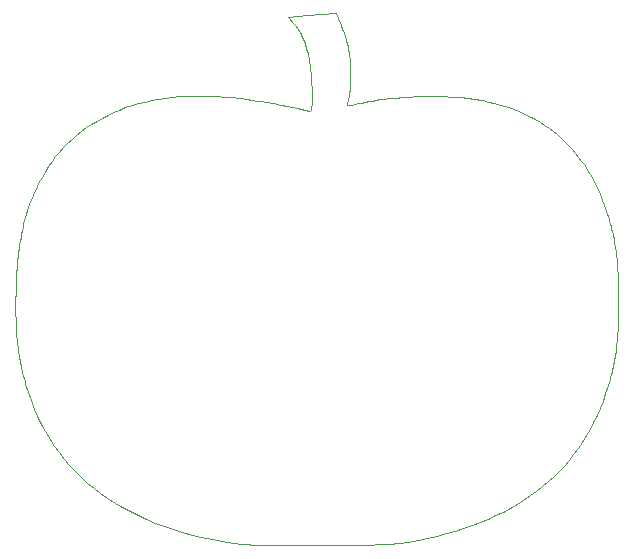
<source format=gm1>
G04 #@! TF.GenerationSoftware,KiCad,Pcbnew,7.0.1-0*
G04 #@! TF.CreationDate,2023-08-23T15:24:57+02:00*
G04 #@! TF.ProjectId,pumpkin,70756d70-6b69-46e2-9e6b-696361645f70,rev?*
G04 #@! TF.SameCoordinates,Original*
G04 #@! TF.FileFunction,Profile,NP*
%FSLAX46Y46*%
G04 Gerber Fmt 4.6, Leading zero omitted, Abs format (unit mm)*
G04 Created by KiCad (PCBNEW 7.0.1-0) date 2023-08-23 15:24:57*
%MOMM*%
%LPD*%
G01*
G04 APERTURE LIST*
%ADD10C,0.054000*%
G04 #@! TA.AperFunction,Profile*
%ADD11C,0.054000*%
G04 #@! TD*
G04 APERTURE END LIST*
D10*
X169541801Y-104757343D02*
X169317586Y-105394541D01*
X169074735Y-106015564D01*
X168813191Y-106620454D01*
X168532897Y-107209252D01*
X168233799Y-107782002D01*
X167915838Y-108338745D01*
X167578961Y-108879524D01*
X167223109Y-109404381D01*
X166848228Y-109913358D01*
X166454261Y-110406497D01*
X166041152Y-110883842D01*
X165608845Y-111345433D01*
X165157284Y-111791314D01*
X164686412Y-112221526D01*
X164196173Y-112636113D01*
X163686512Y-113035115D01*
X163157372Y-113418576D01*
X162608698Y-113786538D01*
X162040432Y-114139043D01*
X161452519Y-114476133D01*
X160844903Y-114797850D01*
X160217527Y-115104238D01*
X159570336Y-115395337D01*
X158903273Y-115671191D01*
X158216283Y-115931842D01*
X157509308Y-116177331D01*
X156782294Y-116407702D01*
X156035183Y-116622996D01*
X155267921Y-116823256D01*
X154480450Y-117008524D01*
X153672714Y-117178843D01*
X152844658Y-117334254D01*
X121819553Y-86452981D02*
X122083883Y-85993710D01*
X122364540Y-85549460D01*
X122661322Y-85120319D01*
X122974027Y-84706374D01*
X123302455Y-84307713D01*
X123646405Y-83924425D01*
X124005674Y-83556597D01*
X124380062Y-83204318D01*
X124769368Y-82867676D01*
X125173390Y-82546759D01*
X125591927Y-82241655D01*
X126024778Y-81952452D01*
X126471742Y-81679238D01*
X126932617Y-81422101D01*
X127407203Y-81181129D01*
X127895297Y-80956411D01*
X128396700Y-80748033D01*
X128911209Y-80556086D01*
X129438623Y-80380656D01*
X129978742Y-80221831D01*
X130531363Y-80079700D01*
X131096286Y-79954351D01*
X131673310Y-79845872D01*
X132262233Y-79754351D01*
X132862854Y-79679875D01*
X133474971Y-79622534D01*
X134098384Y-79582414D01*
X134732892Y-79559605D01*
X135378293Y-79554195D01*
X136034385Y-79566270D01*
X136700969Y-79595920D01*
X137377842Y-79643233D01*
X147069878Y-73405482D02*
X147126799Y-73536168D01*
X147181703Y-73666273D01*
X147234606Y-73795870D01*
X147285523Y-73925029D01*
X147334468Y-74053820D01*
X147381457Y-74182317D01*
X147426504Y-74310589D01*
X147469624Y-74438707D01*
X147510833Y-74566744D01*
X147550146Y-74694770D01*
X147587577Y-74822856D01*
X147623142Y-74951074D01*
X147656855Y-75079495D01*
X147688732Y-75208189D01*
X147718788Y-75337229D01*
X147747037Y-75466685D01*
X147773495Y-75596629D01*
X147798177Y-75727131D01*
X147821097Y-75858263D01*
X147842271Y-75990096D01*
X147861714Y-76122702D01*
X147879440Y-76256151D01*
X147895466Y-76390514D01*
X147909805Y-76525864D01*
X147922472Y-76662270D01*
X147933484Y-76799805D01*
X147942854Y-76938539D01*
X147950598Y-77078544D01*
X147956731Y-77219890D01*
X147961268Y-77362650D01*
X147964224Y-77506893D01*
X147965614Y-77652693D01*
X159156329Y-79951405D02*
X159652155Y-80062732D01*
X160136761Y-80185489D01*
X160610179Y-80319704D01*
X161072444Y-80465409D01*
X161523589Y-80622635D01*
X161963650Y-80791411D01*
X162392660Y-80971769D01*
X162810653Y-81163739D01*
X163217663Y-81367351D01*
X163613724Y-81582636D01*
X163998871Y-81809624D01*
X164373137Y-82048347D01*
X164736556Y-82298834D01*
X165089163Y-82561116D01*
X165430992Y-82835224D01*
X165762076Y-83121188D01*
X166082450Y-83419038D01*
X166392148Y-83728806D01*
X166691204Y-84050522D01*
X166979652Y-84384216D01*
X167257526Y-84729919D01*
X167524860Y-85087661D01*
X167781688Y-85457473D01*
X168028045Y-85839386D01*
X168263964Y-86233429D01*
X168489479Y-86639635D01*
X168704625Y-87058032D01*
X168909436Y-87488652D01*
X169103945Y-87931524D01*
X169288187Y-88386681D01*
X169462196Y-88854152D01*
X169626006Y-89333968D01*
X152844658Y-117334254D02*
X152735425Y-117352935D01*
X152623686Y-117370816D01*
X152508967Y-117387917D01*
X152390796Y-117404256D01*
X152268699Y-117419855D01*
X152142202Y-117434733D01*
X152010833Y-117448910D01*
X151874118Y-117462407D01*
X151731585Y-117475244D01*
X151582760Y-117487439D01*
X151427169Y-117499015D01*
X151264340Y-117509989D01*
X151093800Y-117520384D01*
X150915075Y-117530217D01*
X150727692Y-117539511D01*
X150531178Y-117548284D01*
X150325060Y-117556557D01*
X150108864Y-117564349D01*
X149882117Y-117571682D01*
X149644347Y-117578574D01*
X149395079Y-117585046D01*
X149133841Y-117591117D01*
X148860160Y-117596809D01*
X148573562Y-117602141D01*
X148273575Y-117607132D01*
X147959724Y-117611804D01*
X147631537Y-117616175D01*
X147288541Y-117620266D01*
X146930262Y-117624098D01*
X146556227Y-117627690D01*
X146165963Y-117631062D01*
X145758998Y-117634234D01*
X169626006Y-89333968D02*
X169697405Y-89555591D01*
X169765581Y-89773546D01*
X169830598Y-89988310D01*
X169892517Y-90200364D01*
X169951401Y-90410186D01*
X170007312Y-90618257D01*
X170060314Y-90825057D01*
X170110467Y-91031063D01*
X170157835Y-91236757D01*
X170202480Y-91442617D01*
X170244465Y-91649124D01*
X170283851Y-91856756D01*
X170320702Y-92065993D01*
X170355080Y-92277314D01*
X170387047Y-92491200D01*
X170416666Y-92708129D01*
X170443999Y-92928582D01*
X170469109Y-93153037D01*
X170492057Y-93381974D01*
X170512907Y-93615873D01*
X170531721Y-93855214D01*
X170548562Y-94100475D01*
X170563491Y-94352136D01*
X170576571Y-94610677D01*
X170587865Y-94876577D01*
X170597435Y-95150316D01*
X170605343Y-95432374D01*
X170611653Y-95723229D01*
X170616425Y-96023362D01*
X170619724Y-96333251D01*
X170621611Y-96653377D01*
X170622149Y-96984219D01*
X147673077Y-80388296D02*
X147728871Y-80398446D01*
X147788921Y-80395302D01*
X147845360Y-80388984D01*
X147910320Y-80379462D01*
X147982677Y-80366907D01*
X148061304Y-80351488D01*
X148116650Y-80339702D01*
X148173950Y-80326770D01*
X148232869Y-80312742D01*
X148293075Y-80297668D01*
X148323556Y-80289756D01*
D11*
X145498446Y-72654266D02*
X146701234Y-72571909D01*
X146701234Y-72571909D02*
X147069878Y-73405482D01*
D10*
X137377842Y-79643233D02*
X137549875Y-79658359D01*
X137732780Y-79676246D01*
X137925763Y-79696760D01*
X138128030Y-79719764D01*
X138338785Y-79745123D01*
X138557234Y-79772703D01*
X138782582Y-79802368D01*
X139014035Y-79833983D01*
X139250798Y-79867414D01*
X139492076Y-79902523D01*
X139737074Y-79939178D01*
X139984999Y-79977242D01*
X140235054Y-80016580D01*
X140486447Y-80057057D01*
X140738381Y-80098539D01*
X140990063Y-80140889D01*
X141240697Y-80183973D01*
X141489490Y-80227655D01*
X141735645Y-80271801D01*
X141978370Y-80316275D01*
X142216868Y-80360942D01*
X142450346Y-80405667D01*
X142678008Y-80450314D01*
X142899061Y-80494749D01*
X143112709Y-80538837D01*
X143318157Y-80582442D01*
X143514612Y-80625429D01*
X143701278Y-80667663D01*
X143877361Y-80709009D01*
X144042066Y-80749331D01*
X144194599Y-80788495D01*
X144334165Y-80826366D01*
X144334165Y-80826366D02*
X144394679Y-80842765D01*
X144447696Y-80854467D01*
X144514228Y-80858532D01*
X144566631Y-80839990D01*
X144606546Y-80791617D01*
X144627030Y-80739228D01*
X144643182Y-80668231D01*
X144655489Y-80576484D01*
X144660352Y-80522161D01*
X144664436Y-80461847D01*
X144667803Y-80395277D01*
X144670512Y-80322181D01*
X144672626Y-80242292D01*
X144674203Y-80155344D01*
X144675307Y-80061067D01*
X144675997Y-79959196D01*
X144676334Y-79849462D01*
X144676379Y-79731597D01*
X144676193Y-79605334D01*
X144675837Y-79470406D01*
X144675372Y-79326546D01*
X147965614Y-77652693D02*
X147965695Y-77728496D01*
X147965315Y-77804911D01*
X147964484Y-77881806D01*
X147963212Y-77959046D01*
X147961512Y-78036500D01*
X147959394Y-78114034D01*
X147956869Y-78191517D01*
X147953948Y-78268815D01*
X147950642Y-78345796D01*
X147946963Y-78422326D01*
X147942920Y-78498274D01*
X147938526Y-78573506D01*
X147933791Y-78647890D01*
X147928727Y-78721294D01*
X147923343Y-78793583D01*
X147917652Y-78864626D01*
X147911665Y-78934290D01*
X147905391Y-79002442D01*
X147898843Y-79068950D01*
X147892032Y-79133681D01*
X147884968Y-79196501D01*
X147877662Y-79257279D01*
X147870126Y-79315882D01*
X147862371Y-79372177D01*
X147854407Y-79426030D01*
X147837897Y-79525885D01*
X147820686Y-79614384D01*
X147802862Y-79690465D01*
X147793748Y-79723518D01*
X144675372Y-79326546D02*
X144673062Y-79066878D01*
X144667896Y-78812351D01*
X144659869Y-78562943D01*
X144648975Y-78318631D01*
X144635207Y-78079395D01*
X144618561Y-77845212D01*
X144599031Y-77616061D01*
X144576612Y-77391920D01*
X144551297Y-77172767D01*
X144523081Y-76958581D01*
X144491958Y-76749340D01*
X144457923Y-76545023D01*
X144420970Y-76345607D01*
X144381094Y-76151071D01*
X144338289Y-75961393D01*
X144292549Y-75776552D01*
X144243869Y-75596526D01*
X144192243Y-75421293D01*
X144137665Y-75250831D01*
X144080131Y-75085120D01*
X144019633Y-74924136D01*
X143956167Y-74767859D01*
X143889727Y-74616266D01*
X143820308Y-74469337D01*
X143747903Y-74327049D01*
X143672507Y-74189380D01*
X143594115Y-74056310D01*
X143512721Y-73927816D01*
X143428319Y-73803876D01*
X143340904Y-73684470D01*
X143250469Y-73569574D01*
X143157011Y-73459169D01*
X138904395Y-117529731D02*
X137983520Y-117409170D01*
X137084159Y-117268521D01*
X136206378Y-117107833D01*
X135350242Y-116927152D01*
X134515817Y-116726528D01*
X133703169Y-116506010D01*
X132912364Y-116265645D01*
X132143468Y-116005482D01*
X131396546Y-115725569D01*
X130671665Y-115425955D01*
X129968889Y-115106689D01*
X129288286Y-114767817D01*
X128629920Y-114409390D01*
X127993859Y-114031456D01*
X127380166Y-113634062D01*
X126788909Y-113217257D01*
X126220153Y-112781090D01*
X125673964Y-112325609D01*
X125150408Y-111850863D01*
X124649550Y-111356899D01*
X124171457Y-110843767D01*
X123716194Y-110311514D01*
X123283827Y-109760189D01*
X122874422Y-109189841D01*
X122488045Y-108600518D01*
X122124761Y-107992268D01*
X121784637Y-107365139D01*
X121467738Y-106719181D01*
X121174130Y-106054442D01*
X120903879Y-105370969D01*
X120657051Y-104668811D01*
X120433712Y-103948018D01*
X148323556Y-80289756D02*
X148598224Y-80221119D01*
X148885971Y-80155948D01*
X149185901Y-80094272D01*
X149497118Y-80036118D01*
X149818726Y-79981514D01*
X150149830Y-79930488D01*
X150489533Y-79883068D01*
X150836939Y-79839282D01*
X151191153Y-79799158D01*
X151551279Y-79762725D01*
X151916420Y-79730009D01*
X152285681Y-79701040D01*
X152658165Y-79675844D01*
X153032978Y-79654450D01*
X153409222Y-79636887D01*
X153786003Y-79623181D01*
X154162424Y-79613361D01*
X154537589Y-79607455D01*
X154910602Y-79605491D01*
X155280568Y-79607497D01*
X155646590Y-79613501D01*
X156007773Y-79623530D01*
X156363220Y-79637614D01*
X156712036Y-79655779D01*
X157053325Y-79678054D01*
X157386191Y-79704467D01*
X157709737Y-79735045D01*
X158023069Y-79769818D01*
X158325290Y-79808812D01*
X158615504Y-79852056D01*
X158892816Y-79899577D01*
X159156329Y-79951405D01*
X170622149Y-96984219D02*
X170621419Y-97323305D01*
X170619427Y-97649943D01*
X170616085Y-97964759D01*
X170611306Y-98268375D01*
X170605004Y-98561417D01*
X170597092Y-98844508D01*
X170587482Y-99118273D01*
X170576089Y-99383335D01*
X170562825Y-99640320D01*
X170547604Y-99889852D01*
X170530338Y-100132555D01*
X170510941Y-100369052D01*
X170489326Y-100599969D01*
X170465407Y-100825930D01*
X170439096Y-101047558D01*
X170410307Y-101265479D01*
X170378953Y-101480315D01*
X170344946Y-101692693D01*
X170308202Y-101903236D01*
X170268631Y-102112568D01*
X170226148Y-102321313D01*
X170180667Y-102530096D01*
X170132099Y-102739541D01*
X170080358Y-102950273D01*
X170025359Y-103162915D01*
X169967012Y-103378091D01*
X169905233Y-103596427D01*
X169839933Y-103818547D01*
X169771027Y-104045073D01*
X169698428Y-104276632D01*
X169622048Y-104513847D01*
X169541801Y-104757343D01*
X147793748Y-79723518D02*
X147775916Y-79785698D01*
X147759168Y-79846718D01*
X147743564Y-79906236D01*
X147729168Y-79963913D01*
X147716041Y-80019407D01*
X147704244Y-80072377D01*
X147689179Y-80146355D01*
X147677457Y-80212737D01*
X147669285Y-80270374D01*
X147664274Y-80331630D01*
X147673077Y-80388296D01*
X143481357Y-72818884D02*
X143570547Y-72810076D01*
X143669481Y-72800678D01*
X143777124Y-72790772D01*
X143833888Y-72785656D01*
X143892441Y-72780444D01*
X143952655Y-72775148D01*
X144014399Y-72769778D01*
X144077545Y-72764344D01*
X144141964Y-72758858D01*
X144207525Y-72753329D01*
X144274100Y-72747768D01*
X144341560Y-72742186D01*
X144409775Y-72736594D01*
X144478616Y-72731001D01*
X144547953Y-72725418D01*
X144617658Y-72719857D01*
X144687602Y-72714327D01*
X144757654Y-72708839D01*
X144827686Y-72703404D01*
X144897568Y-72698032D01*
X144967171Y-72692733D01*
X145036366Y-72687519D01*
X145105024Y-72682400D01*
X145173015Y-72677386D01*
X145240210Y-72672488D01*
X145306480Y-72667716D01*
X145371695Y-72663082D01*
X145435727Y-72658594D01*
X145498446Y-72654266D01*
D11*
X143157011Y-73459169D02*
X142667058Y-72901144D01*
D10*
X145758998Y-117634234D02*
X145469193Y-117636179D01*
X145179872Y-117637721D01*
X144891476Y-117638866D01*
X144604442Y-117639622D01*
X144319211Y-117639994D01*
X144036221Y-117639991D01*
X143755912Y-117639617D01*
X143478723Y-117638881D01*
X143205094Y-117637788D01*
X142935463Y-117636346D01*
X142670271Y-117634560D01*
X142409956Y-117632439D01*
X142154957Y-117629988D01*
X141905714Y-117627214D01*
X141662667Y-117624124D01*
X141426254Y-117620725D01*
X141196914Y-117617023D01*
X140975088Y-117613025D01*
X140761214Y-117608738D01*
X140555732Y-117604169D01*
X140359081Y-117599323D01*
X140171699Y-117594208D01*
X139994028Y-117588831D01*
X139826505Y-117583198D01*
X139669570Y-117577316D01*
X139523663Y-117571192D01*
X139389222Y-117564831D01*
X139266688Y-117558242D01*
X139156498Y-117551431D01*
X139059093Y-117544404D01*
X138974912Y-117537168D01*
X138904395Y-117529731D01*
X119620000Y-96060000D02*
X119632478Y-95663904D01*
X119647877Y-95277094D01*
X119666266Y-94899259D01*
X119687718Y-94530089D01*
X119712302Y-94169274D01*
X119740089Y-93816504D01*
X119771152Y-93471470D01*
X119805560Y-93133860D01*
X119843385Y-92803366D01*
X119884697Y-92479678D01*
X119929568Y-92162485D01*
X119978068Y-91851477D01*
X120030269Y-91546345D01*
X120086241Y-91246779D01*
X120146056Y-90952468D01*
X120209784Y-90663104D01*
X120277496Y-90378375D01*
X120349264Y-90097971D01*
X120425158Y-89821584D01*
X120505249Y-89548903D01*
X120589608Y-89279618D01*
X120678306Y-89013419D01*
X120771414Y-88749997D01*
X120869004Y-88489040D01*
X120971145Y-88230240D01*
X121077910Y-87973286D01*
X121189368Y-87717869D01*
X121305591Y-87463678D01*
X121426650Y-87210404D01*
X121552616Y-86957736D01*
X121683560Y-86705365D01*
X121819553Y-86452981D01*
D11*
X142667058Y-72901144D02*
X143481357Y-72818884D01*
D10*
X120433712Y-103948018D02*
X120369653Y-103723089D01*
X120308423Y-103500029D01*
X120249988Y-103278510D01*
X120194315Y-103058206D01*
X120141369Y-102838793D01*
X120091116Y-102619943D01*
X120043525Y-102401331D01*
X119998559Y-102182631D01*
X119956187Y-101963516D01*
X119916375Y-101743662D01*
X119879088Y-101522743D01*
X119844294Y-101300431D01*
X119811958Y-101076402D01*
X119782048Y-100850329D01*
X119754528Y-100621886D01*
X119729367Y-100390748D01*
X119706529Y-100156589D01*
X119685982Y-99919082D01*
X119667692Y-99677902D01*
X119651625Y-99432723D01*
X119637748Y-99183219D01*
X119626027Y-98929063D01*
X119616428Y-98669931D01*
X119608918Y-98405496D01*
X119603463Y-98135432D01*
X119600030Y-97859413D01*
X119598585Y-97577114D01*
X119599093Y-97288208D01*
X119601523Y-96992369D01*
X119605840Y-96689272D01*
X119612010Y-96378591D01*
X119620000Y-96060000D01*
M02*

</source>
